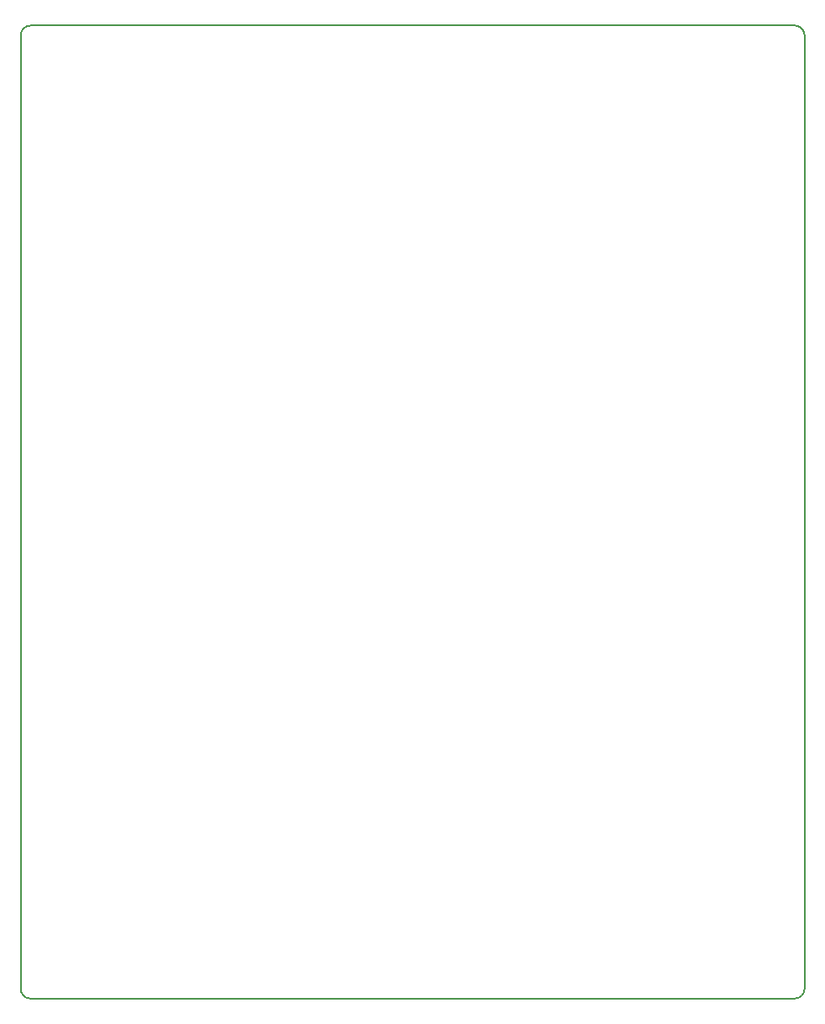
<source format=gbr>
%TF.GenerationSoftware,KiCad,Pcbnew,(6.0.9)*%
%TF.CreationDate,2023-01-29T18:03:13-08:00*%
%TF.ProjectId,numpad,6e756d70-6164-42e6-9b69-6361645f7063,rev?*%
%TF.SameCoordinates,Original*%
%TF.FileFunction,Profile,NP*%
%FSLAX46Y46*%
G04 Gerber Fmt 4.6, Leading zero omitted, Abs format (unit mm)*
G04 Created by KiCad (PCBNEW (6.0.9)) date 2023-01-29 18:03:13*
%MOMM*%
%LPD*%
G01*
G04 APERTURE LIST*
%TA.AperFunction,Profile*%
%ADD10C,0.200000*%
%TD*%
G04 APERTURE END LIST*
D10*
X137100000Y-148900000D02*
X60100000Y-148900000D01*
X138100000Y-51900000D02*
X138100000Y-147900000D01*
X60100000Y-50900000D02*
X137100000Y-50900000D01*
X59100000Y-147900000D02*
X59100000Y-51900000D01*
X59100000Y-147900000D02*
G75*
G03*
X60100000Y-148900000I1000000J0D01*
G01*
X137100000Y-148900000D02*
G75*
G03*
X138100000Y-147900000I0J1000000D01*
G01*
X138100000Y-51900000D02*
G75*
G03*
X137100000Y-50900000I-1000000J0D01*
G01*
X60100000Y-50900000D02*
G75*
G03*
X59100000Y-51900000I0J-1000000D01*
G01*
M02*

</source>
